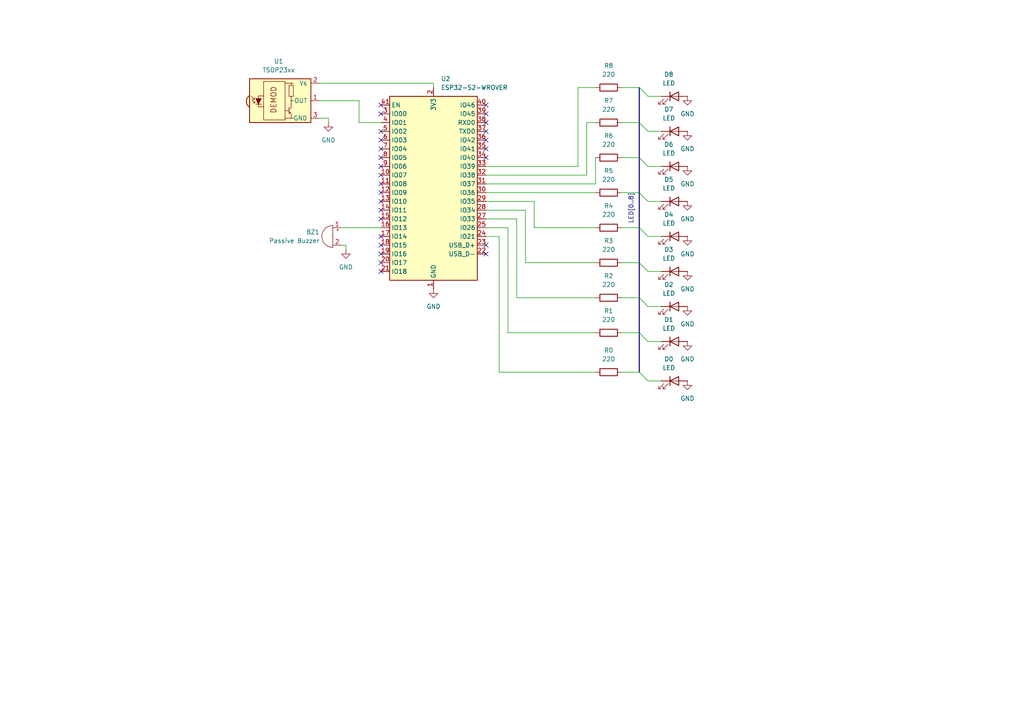
<source format=kicad_sch>
(kicad_sch (version 20250114) (generator "eeschema") (generator_version "9.0")
  (paper "A4")
  (lib_symbols
    (symbol "Device:Buzzer" (pin_names (offset 0.0254) (hide yes))
      (property "Reference" "BZ" (at 3.81 1.27 0))
      (property "Value" "Buzzer" (at 3.81 -1.27 0))
      (symbol "Buzzer_0_1"
        (polyline (pts (xy -1.651 1.905) (xy -1.143 1.905)))
        (polyline (pts (xy -1.397 2.159) (xy -1.397 1.651)))
        (arc (start 0 3.175) (mid 3.1612 0) (end 0 -3.175))
        (polyline (pts (xy 0 3.175) (xy 0 -3.175)))
      )
      (symbol "Buzzer_1_1"
        (pin passive line (at -2.54 2.54 0) (length 2.54) (name "+") (number "1"))
        (pin passive line (at -2.54 -2.54 0) (length 2.54) (name "-") (number "2"))
      )
    )
    (symbol "Device:LED" (pin_numbers (hide yes)) (pin_names (offset 1.016) (hide yes))
      (property "Reference" "D" (at 0 2.54 0))
      (property "Value" "LED" (at 0 -2.54 0))
      (symbol "LED_0_1"
        (polyline (pts (xy -3.048 -0.762) (xy -4.572 -2.286) (xy -3.81 -2.286) (xy -4.572 -2.286) (xy -4.572 -1.524)))
        (polyline (pts (xy -1.778 -0.762) (xy -3.302 -2.286) (xy -2.54 -2.286) (xy -3.302 -2.286) (xy -3.302 -1.524)))
        (polyline (pts (xy -1.27 0) (xy 1.27 0)))
        (polyline (pts (xy -1.27 -1.27) (xy -1.27 1.27)) (stroke (width 0.254)))
        (polyline (pts (xy 1.27 -1.27) (xy 1.27 1.27) (xy -1.27 0) (xy 1.27 -1.27)) (stroke (width 0.254)))
      )
      (symbol "LED_1_1"
        (pin passive line (at -3.81 0 0) (length 2.54) (name "K") (number "1"))
        (pin passive line (at 3.81 0 180) (length 2.54) (name "A") (number "2"))
      )
    )
    (symbol "Device:R" (pin_numbers (hide yes)) (pin_names (offset 0))
      (property "Reference" "R" (at 2.032 0 90))
      (property "Value" "R" (at 0 0 90))
      (symbol "R_0_1"
        (rectangle (start -1.016 -2.54) (end 1.016 2.54) (stroke (width 0.254)))
      )
      (symbol "R_1_1"
        (pin passive line (at 0 3.81 270) (length 1.27) (name "~") (number "1"))
        (pin passive line (at 0 -3.81 90) (length 1.27) (name "~") (number "2"))
      )
    )
    (symbol "Interface_Optical:TSOP23xx" (pin_names (offset 1.016))
      (property "Reference" "U" (at -10.16 7.62 0))
      (property "Value" "TSOP23xx" (at -10.16 -7.62 0))
      (symbol "TSOP23xx_0_0"
        (arc (start -10.287 -1.778) (mid -11.0899 -0.1905) (end -10.287 1.397) (stroke (width 0.254)) (fill (type background)))
        (polyline (pts (xy 1.905 5.08) (xy 0.127 5.08)))
        (polyline (pts (xy 1.905 -5.08) (xy 0.127 -5.08)))
        (text "DEMOD" (at -3.175 0.254 900) (effects (font (size 1.524 1.524))))
      )
      (symbol "TSOP23xx_0_1"
        (polyline (pts (xy -8.763 0.381) (xy -9.652 1.27)))
        (polyline (pts (xy -8.763 0.381) (xy -9.271 0.381)))
        (polyline (pts (xy -8.763 0.381) (xy -8.763 0.889)))
        (polyline (pts (xy -8.636 -0.635) (xy -9.525 0.254)))
        (polyline (pts (xy -8.636 -0.635) (xy -9.144 -0.635)))
        (polyline (pts (xy -8.636 -0.635) (xy -8.636 -0.127)))
        (polyline (pts (xy -8.382 0.635) (xy -6.731 0.635) (xy -7.62 -1.016) (xy -8.382 0.635)) (fill (type outline)))
        (polyline (pts (xy -8.382 -1.016) (xy -6.731 -1.016)))
        (rectangle (start -6.096 5.588) (end 0.127 -5.588))
        (polyline (pts (xy -6.096 1.397) (xy -7.62 1.397) (xy -7.62 -1.778) (xy -6.096 -1.778)))
        (polyline (pts (xy 1.27 -1.905) (xy 1.27 -3.81)))
        (polyline (pts (xy 1.27 -2.54) (xy 1.905 -1.905) (xy 1.905 0) (xy 2.54 0)))
        (polyline (pts (xy 1.27 -2.921) (xy 0.127 -2.921)))
        (polyline (pts (xy 1.27 -3.175) (xy 1.905 -3.81) (xy 1.905 -5.08) (xy 2.54 -5.08)))
        (polyline (pts (xy 1.397 -3.556) (xy 1.524 -3.556)))
        (polyline (pts (xy 1.651 -3.556) (xy 1.524 -3.556)))
        (polyline (pts (xy 1.651 -3.556) (xy 1.651 -3.302)))
        (polyline (pts (xy 1.905 4.445) (xy 1.905 5.08) (xy 2.54 5.08)))
        (polyline (pts (xy 1.905 0) (xy 1.905 1.27)))
        (rectangle (start 2.54 1.27) (end 1.27 4.445))
        (rectangle (start 7.62 6.35) (end -10.16 -6.35) (stroke (width 0.254)) (fill (type background)))
      )
      (symbol "TSOP23xx_1_1"
        (pin power_in line (at 10.16 5.08 180) (length 2.54) (name "Vs") (number "2"))
        (pin output line (at 10.16 0 180) (length 2.54) (name "OUT") (number "1"))
        (pin power_in line (at 10.16 -5.08 180) (length 2.54) (name "GND") (number "3"))
      )
    )
    (symbol "RF_Module:ESP32-S2-WROVER"
      (property "Reference" "U" (at -12.7 29.21 0))
      (property "Value" "ESP32-S2-WROVER" (at 2.54 29.21 0))
      (symbol "ESP32-S2-WROVER_0_1"
        (rectangle (start -12.7 27.94) (end 12.7 -25.4) (stroke (width 0.254)) (fill (type background)))
      )
      (symbol "ESP32-S2-WROVER_1_1"
        (pin input line (at -15.24 25.4 0) (length 2.54) (name "EN") (number "41"))
        (pin bidirectional line (at -15.24 22.86 0) (length 2.54) (name "IO00") (number "3"))
        (pin bidirectional line (at -15.24 20.32 0) (length 2.54) (name "IO01") (number "4"))
        (pin bidirectional line (at -15.24 17.78 0) (length 2.54) (name "IO02") (number "5"))
        (pin bidirectional line (at -15.24 15.24 0) (length 2.54) (name "IO03") (number "6"))
        (pin bidirectional line (at -15.24 12.7 0) (length 2.54) (name "IO04") (number "7"))
        (pin bidirectional line (at -15.24 10.16 0) (length 2.54) (name "IO05") (number "8"))
        (pin bidirectional line (at -15.24 7.62 0) (length 2.54) (name "IO06") (number "9"))
        (pin bidirectional line (at -15.24 5.08 0) (length 2.54) (name "IO07") (number "10"))
        (pin bidirectional line (at -15.24 2.54 0) (length 2.54) (name "IO08") (number "11"))
        (pin bidirectional line (at -15.24 0 0) (length 2.54) (name "IO09") (number "12"))
        (pin bidirectional line (at -15.24 -2.54 0) (length 2.54) (name "IO10") (number "13"))
        (pin bidirectional line (at -15.24 -5.08 0) (length 2.54) (name "IO11") (number "14"))
        (pin bidirectional line (at -15.24 -7.62 0) (length 2.54) (name "IO12") (number "15"))
        (pin bidirectional line (at -15.24 -10.16 0) (length 2.54) (name "IO13") (number "16"))
        (pin bidirectional line (at -15.24 -12.7 0) (length 2.54) (name "IO14") (number "17"))
        (pin bidirectional line (at -15.24 -15.24 0) (length 2.54) (name "IO15") (number "18"))
        (pin bidirectional line (at -15.24 -17.78 0) (length 2.54) (name "IO16") (number "19"))
        (pin bidirectional line (at -15.24 -20.32 0) (length 2.54) (name "IO17") (number "20"))
        (pin bidirectional line (at -15.24 -22.86 0) (length 2.54) (name "IO18") (number "21"))
        (pin power_in line (at 0 30.48 270) (length 2.54) (name "3V3") (number "2"))
        (pin power_in line (at 0 -27.94 90) (length 2.54) (name "GND") (number "1"))
        (pin passive line (at 0 -27.94 90) (length 2.54) (hide yes) (name "GND") (number "26"))
        (pin passive line (at 0 -27.94 90) (length 2.54) (hide yes) (name "GND") (number "42"))
        (pin passive line (at 0 -27.94 90) (length 2.54) (hide yes) (name "GND") (number "43"))
        (pin input line (at 15.24 25.4 180) (length 2.54) (name "IO46") (number "40"))
        (pin bidirectional line (at 15.24 22.86 180) (length 2.54) (name "IO45") (number "39"))
        (pin bidirectional line (at 15.24 20.32 180) (length 2.54) (name "RXD0") (number "38"))
        (pin bidirectional line (at 15.24 17.78 180) (length 2.54) (name "TXD0") (number "37"))
        (pin bidirectional line (at 15.24 15.24 180) (length 2.54) (name "IO42") (number "36"))
        (pin bidirectional line (at 15.24 12.7 180) (length 2.54) (name "IO41") (number "35"))
        (pin bidirectional line (at 15.24 10.16 180) (length 2.54) (name "IO40") (number "34"))
        (pin bidirectional line (at 15.24 7.62 180) (length 2.54) (name "IO39") (number "33"))
        (pin bidirectional line (at 15.24 5.08 180) (length 2.54) (name "IO38") (number "32"))
        (pin bidirectional line (at 15.24 2.54 180) (length 2.54) (name "IO37") (number "31"))
        (pin bidirectional line (at 15.24 0 180) (length 2.54) (name "IO36") (number "30"))
        (pin bidirectional line (at 15.24 -2.54 180) (length 2.54) (name "IO35") (number "29"))
        (pin bidirectional line (at 15.24 -5.08 180) (length 2.54) (name "IO34") (number "28"))
        (pin bidirectional line (at 15.24 -7.62 180) (length 2.54) (name "IO33") (number "27"))
        (pin bidirectional line (at 15.24 -10.16 180) (length 2.54) (name "IO26") (number "25"))
        (pin bidirectional line (at 15.24 -12.7 180) (length 2.54) (name "IO21") (number "24"))
        (pin bidirectional line (at 15.24 -15.24 180) (length 2.54) (name "USB_D+") (number "23"))
        (pin bidirectional line (at 15.24 -17.78 180) (length 2.54) (name "USB_D-") (number "22"))
      )
    )
    (symbol "power:GND" (power) (pin_numbers (hide yes)) (pin_names (offset 0) (hide yes))
      (property "Value" "GND" (at 0 -3.81 0))
      (symbol "GND_0_1"
        (polyline (pts (xy 0 0) (xy 0 -1.27) (xy 1.27 -1.27) (xy 0 -2.54) (xy -1.27 -1.27) (xy 0 -1.27)))
      )
      (symbol "GND_1_1"
        (pin power_in line (at 0 0 270) (length 0) (name "~") (number "1"))
      )
    )
  )
  (no_connect (at 140.97 73.66))
  (no_connect (at 110.49 40.64))
  (no_connect (at 110.49 50.8))
  (no_connect (at 110.49 63.5))
  (no_connect (at 110.49 68.58))
  (no_connect (at 110.49 71.12))
  (no_connect (at 140.97 38.1))
  (no_connect (at 110.49 43.18))
  (no_connect (at 140.97 30.48))
  (no_connect (at 110.49 78.74))
  (no_connect (at 110.49 45.72))
  (no_connect (at 140.97 45.72))
  (no_connect (at 110.49 73.66))
  (no_connect (at 140.97 71.12))
  (no_connect (at 110.49 33.02))
  (no_connect (at 140.97 35.56))
  (no_connect (at 110.49 55.88))
  (no_connect (at 110.49 60.96))
  (no_connect (at 140.97 40.64))
  (no_connect (at 110.49 38.1))
  (no_connect (at 110.49 30.48))
  (no_connect (at 140.97 33.02))
  (no_connect (at 140.97 43.18))
  (no_connect (at 110.49 58.42))
  (no_connect (at 110.49 48.26))
  (no_connect (at 110.49 76.2))
  (no_connect (at 110.49 53.34))
  (bus_entry (at 185.42 35.56) (size 2.54 2.54))
  (bus_entry (at 185.42 55.88) (size 2.54 2.54))
  (bus_entry (at 185.42 107.95) (size 2.54 2.54))
  (bus_entry (at 185.42 96.52) (size 2.54 2.54))
  (bus_entry (at 185.42 45.72) (size 2.54 2.54))
  (bus_entry (at 185.42 86.36) (size 2.54 2.54))
  (bus_entry (at 185.42 76.2) (size 2.54 2.54))
  (bus_entry (at 185.42 66.04) (size 2.54 2.54))
  (bus_entry (at 185.42 25.4) (size 2.54 2.54))
  (wire (pts (xy 149.86 86.36) (xy 149.86 63.5)))
  (bus (pts (xy 185.42 76.2) (xy 185.42 86.36)))
  (wire (pts (xy 140.97 48.26) (xy 167.64 48.26)))
  (wire (pts (xy 180.34 86.36) (xy 185.42 86.36)))
  (wire (pts (xy 99.06 66.04) (xy 110.49 66.04)))
  (wire (pts (xy 187.96 27.94) (xy 191.77 27.94)))
  (wire (pts (xy 180.34 107.95) (xy 185.42 107.95)))
  (wire (pts (xy 187.96 110.49) (xy 191.77 110.49)))
  (bus (pts (xy 185.42 66.04) (xy 185.42 76.2)))
  (wire (pts (xy 172.72 76.2) (xy 152.4 76.2)))
  (wire (pts (xy 187.96 99.06) (xy 191.77 99.06)))
  (wire (pts (xy 100.33 71.12) (xy 99.06 71.12)))
  (bus (pts (xy 185.42 96.52) (xy 185.42 107.95)))
  (wire (pts (xy 180.34 35.56) (xy 185.42 35.56)))
  (wire (pts (xy 144.78 68.58) (xy 140.97 68.58)))
  (wire (pts (xy 140.97 60.96) (xy 152.4 60.96)))
  (wire (pts (xy 187.96 78.74) (xy 191.77 78.74)))
  (wire (pts (xy 172.72 45.72) (xy 172.72 53.34)))
  (wire (pts (xy 140.97 58.42) (xy 154.94 58.42)))
  (wire (pts (xy 180.34 66.04) (xy 185.42 66.04)))
  (wire (pts (xy 104.14 35.56) (xy 110.49 35.56)))
  (wire (pts (xy 147.32 96.52) (xy 147.32 66.04)))
  (wire (pts (xy 144.78 107.95) (xy 144.78 68.58)))
  (wire (pts (xy 187.96 48.26) (xy 191.77 48.26)))
  (wire (pts (xy 125.73 24.13) (xy 125.73 25.4)))
  (wire (pts (xy 140.97 53.34) (xy 172.72 53.34)))
  (wire (pts (xy 180.34 25.4) (xy 185.42 25.4)))
  (bus (pts (xy 185.42 45.72) (xy 185.42 55.88)))
  (wire (pts (xy 100.33 71.12) (xy 100.33 72.39)))
  (wire (pts (xy 154.94 66.04) (xy 154.94 58.42)))
  (bus (pts (xy 185.42 35.56) (xy 185.42 45.72)))
  (wire (pts (xy 140.97 55.88) (xy 172.72 55.88)))
  (wire (pts (xy 187.96 88.9) (xy 191.77 88.9)))
  (wire (pts (xy 152.4 76.2) (xy 152.4 60.96)))
  (wire (pts (xy 92.71 24.13) (xy 125.73 24.13)))
  (wire (pts (xy 172.72 107.95) (xy 144.78 107.95)))
  (wire (pts (xy 180.34 96.52) (xy 185.42 96.52)))
  (wire (pts (xy 187.96 38.1) (xy 191.77 38.1)))
  (wire (pts (xy 140.97 50.8) (xy 170.18 50.8)))
  (wire (pts (xy 167.64 25.4) (xy 167.64 48.26)))
  (wire (pts (xy 92.71 29.21) (xy 104.14 29.21)))
  (wire (pts (xy 180.34 55.88) (xy 185.42 55.88)))
  (wire (pts (xy 172.72 25.4) (xy 167.64 25.4)))
  (wire (pts (xy 172.72 86.36) (xy 149.86 86.36)))
  (bus (pts (xy 185.42 86.36) (xy 185.42 96.52)))
  (wire (pts (xy 180.34 76.2) (xy 185.42 76.2)))
  (wire (pts (xy 172.72 66.04) (xy 154.94 66.04)))
  (wire (pts (xy 147.32 66.04) (xy 140.97 66.04)))
  (wire (pts (xy 180.34 45.72) (xy 185.42 45.72)))
  (bus (pts (xy 185.42 25.4) (xy 185.42 35.56)))
  (wire (pts (xy 140.97 63.5) (xy 149.86 63.5)))
  (wire (pts (xy 187.96 68.58) (xy 191.77 68.58)))
  (wire (pts (xy 104.14 29.21) (xy 104.14 35.56)))
  (wire (pts (xy 172.72 35.56) (xy 170.18 35.56)))
  (wire (pts (xy 187.96 58.42) (xy 191.77 58.42)))
  (wire (pts (xy 172.72 96.52) (xy 147.32 96.52)))
  (wire (pts (xy 92.71 34.29) (xy 95.25 34.29)))
  (wire (pts (xy 170.18 35.56) (xy 170.18 50.8)))
  (bus (pts (xy 185.42 55.88) (xy 185.42 66.04)))
  (wire (pts (xy 95.25 34.29) (xy 95.25 35.56)))
  (label "LED[0..8]" (at 184.15 64.77 90))
  (symbol (lib_id "Interface_Optical:TSOP23xx") (at 82.55 29.21 0) (unit 1)
    (property "Reference" "U1" (at 80.815 17.78 0))
    (property "Value" "TSOP23xx" (at 80.815 20.32 0))
    (property "Footprint" "OptoDevice:Vishay_MOLD-3Pin" (effects (hide yes)))
    (property "Datasheet" "http://www.vishay.com/docs/82460/tsop45.pdf" (effects (hide yes)))
    (property "Description" "IR Receiver Modules for Remote Control Systems" (effects (hide yes)))
  )
  (symbol (lib_id "power:GND") (at 199.39 27.94 0) (unit 1)
    (property "Reference" "#PWR01" (effects (hide yes)))
    (property "Value" "GND" (at 199.39 33.02 0))
    (property "Description" "Power symbol creates a global label with name \"GND\" , ground" (effects (hide yes)))
  )
  (symbol (lib_id "Device:LED") (at 195.58 110.49 0) (unit 1)
    (property "Reference" "D0" (at 193.9925 104.14 0))
    (property "Value" "LED" (at 193.9925 106.68 0))
    (property "Description" "Light emitting diode" (effects (hide yes)))
    (property "Sim.Pins" "1=K 2=A" (effects (hide yes)))
  )
  (symbol (lib_id "Device:R") (at 176.53 107.95 90) (unit 1)
    (property "Reference" "R0" (at 176.53 101.6 90))
    (property "Value" "220" (at 176.53 104.14 90))
    (property "Description" "Resistor" (effects (hide yes)))
  )
  (symbol (lib_id "power:GND") (at 199.39 38.1 0) (unit 1)
    (property "Reference" "#PWR03" (effects (hide yes)))
    (property "Value" "GND" (at 199.39 43.18 0))
    (property "Description" "Power symbol creates a global label with name \"GND\" , ground" (effects (hide yes)))
  )
  (symbol (lib_id "Device:LED") (at 195.58 48.26 0) (unit 1)
    (property "Reference" "D6" (at 193.9925 41.91 0))
    (property "Value" "LED" (at 193.9925 44.45 0))
    (property "Description" "Light emitting diode" (effects (hide yes)))
    (property "Sim.Pins" "1=K 2=A" (effects (hide yes)))
  )
  (symbol (lib_id "Device:LED") (at 195.58 78.74 0) (unit 1)
    (property "Reference" "D3" (at 193.9925 72.39 0))
    (property "Value" "LED" (at 193.9925 74.93 0))
    (property "Description" "Light emitting diode" (effects (hide yes)))
    (property "Sim.Pins" "1=K 2=A" (effects (hide yes)))
  )
  (symbol (lib_id "Device:LED") (at 195.58 88.9 0) (unit 1)
    (property "Reference" "D2" (at 193.9925 82.55 0))
    (property "Value" "LED" (at 193.9925 85.09 0))
    (property "Description" "Light emitting diode" (effects (hide yes)))
    (property "Sim.Pins" "1=K 2=A" (effects (hide yes)))
  )
  (symbol (lib_id "Device:R") (at 176.53 35.56 90) (unit 1)
    (property "Reference" "R7" (at 176.53 29.21 90))
    (property "Value" "220" (at 176.53 31.75 90))
    (property "Description" "Resistor" (effects (hide yes)))
  )
  (symbol (lib_id "Device:R") (at 176.53 55.88 270) (unit 1)
    (property "Reference" "R5" (at 176.53 49.53 90))
    (property "Value" "220" (at 176.53 52.07 90))
    (property "Description" "Resistor" (effects (hide yes)))
  )
  (symbol (lib_id "Device:R") (at 176.53 45.72 90) (unit 1)
    (property "Reference" "R6" (at 176.53 39.37 90))
    (property "Value" "220" (at 176.53 41.91 90))
    (property "Description" "Resistor" (effects (hide yes)))
  )
  (symbol (lib_id "power:GND") (at 199.39 88.9 0) (unit 1)
    (property "Reference" "#PWR09" (effects (hide yes)))
    (property "Value" "GND" (at 199.39 93.98 0))
    (property "Description" "Power symbol creates a global label with name \"GND\" , ground" (effects (hide yes)))
  )
  (symbol (lib_id "power:GND") (at 199.39 48.26 0) (unit 1)
    (property "Reference" "#PWR04" (effects (hide yes)))
    (property "Value" "GND" (at 199.39 53.34 0))
    (property "Description" "Power symbol creates a global label with name \"GND\" , ground" (effects (hide yes)))
  )
  (symbol (lib_id "Device:R") (at 176.53 25.4 90) (unit 1)
    (property "Reference" "R8" (at 176.53 19.05 90))
    (property "Value" "220" (at 176.53 21.59 90))
    (property "Description" "Resistor" (effects (hide yes)))
  )
  (symbol (lib_id "Device:LED") (at 195.58 27.94 0) (unit 1)
    (property "Reference" "D8" (at 193.9925 21.59 0))
    (property "Value" "LED" (at 193.9925 24.13 0))
    (property "Description" "Light emitting diode" (effects (hide yes)))
    (property "Sim.Pins" "1=K 2=A" (effects (hide yes)))
  )
  (symbol (lib_id "power:GND") (at 100.33 72.39 0) (unit 1)
    (property "Reference" "#PWR02" (effects (hide yes)))
    (property "Value" "GND" (at 100.33 77.47 0))
    (property "Description" "Power symbol creates a global label with name \"GND\" , ground" (effects (hide yes)))
  )
  (symbol (lib_id "power:GND") (at 95.25 35.56 0) (unit 1)
    (property "Reference" "#PWR08" (effects (hide yes)))
    (property "Value" "GND" (at 95.25 40.64 0))
    (property "Description" "Power symbol creates a global label with name \"GND\" , ground" (effects (hide yes)))
  )
  (symbol (lib_id "power:GND") (at 199.39 99.06 0) (unit 1)
    (property "Reference" "#PWR010" (effects (hide yes)))
    (property "Value" "GND" (at 199.39 104.14 0))
    (property "Description" "Power symbol creates a global label with name \"GND\" , ground" (effects (hide yes)))
  )
  (symbol (lib_id "RF_Module:ESP32-S2-WROVER") (at 125.73 55.88 0) (unit 1)
    (property "Reference" "U2" (at 127.8733 22.86 0) (effects (justify left)))
    (property "Value" "ESP32-S2-WROVER" (at 127.8733 25.4 0) (effects (justify left)))
    (property "Footprint" "RF_Module:ESP32-S2-WROVER" (effects (hide yes)))
    (property "Datasheet" "https://www.espressif.com/sites/default/files/documentation/esp32-s2-wroom_esp32-s2-wroom-i_datasheet_en.pdf" (effects (hide yes)))
    (property "Description" "RF Module, ESP32-D0WDQ6 SoC, Wi-Fi 802.11b/g/n, 32-bit, 2.7-3.6V, onboard antenna, SMD" (effects (hide yes)))
  )
  (symbol (lib_id "Device:LED") (at 195.58 38.1 0) (unit 1)
    (property "Reference" "D7" (at 193.9925 31.75 0))
    (property "Value" "LED" (at 193.9925 34.29 0))
    (property "Description" "Light emitting diode" (effects (hide yes)))
    (property "Sim.Pins" "1=K 2=A" (effects (hide yes)))
  )
  (symbol (lib_id "Device:R") (at 176.53 66.04 270) (unit 1)
    (property "Reference" "R4" (at 176.53 59.69 90))
    (property "Value" "220" (at 176.53 62.23 90))
    (property "Description" "Resistor" (effects (hide yes)))
  )
  (symbol (lib_id "Device:LED") (at 195.58 68.58 0) (unit 1)
    (property "Reference" "D4" (at 193.9925 62.23 0))
    (property "Value" "LED" (at 193.9925 64.77 0))
    (property "Description" "Light emitting diode" (effects (hide yes)))
    (property "Sim.Pins" "1=K 2=A" (effects (hide yes)))
  )
  (symbol (lib_id "Device:R") (at 176.53 96.52 270) (unit 1)
    (property "Reference" "R1" (at 176.53 90.17 90))
    (property "Value" "220" (at 176.53 92.71 90))
    (property "Description" "Resistor" (effects (hide yes)))
  )
  (symbol (lib_id "Device:R") (at 176.53 76.2 90) (unit 1)
    (property "Reference" "R3" (at 176.53 69.85 90))
    (property "Value" "220" (at 176.53 72.39 90))
    (property "Description" "Resistor" (effects (hide yes)))
  )
  (symbol (lib_id "power:GND") (at 125.73 83.82 0) (unit 1)
    (property "Reference" "#PWR012" (effects (hide yes)))
    (property "Value" "GND" (at 125.73 88.9 0))
    (property "Description" "Power symbol creates a global label with name \"GND\" , ground" (effects (hide yes)))
  )
  (symbol (lib_id "power:GND") (at 199.39 58.42 0) (unit 1)
    (property "Reference" "#PWR05" (effects (hide yes)))
    (property "Value" "GND" (at 199.39 63.5 0))
    (property "Description" "Power symbol creates a global label with name \"GND\" , ground" (effects (hide yes)))
  )
  (symbol (lib_id "Device:LED") (at 195.58 58.42 0) (unit 1)
    (property "Reference" "D5" (at 193.9925 52.07 0))
    (property "Value" "LED" (at 193.9925 54.61 0))
    (property "Description" "Light emitting diode" (effects (hide yes)))
    (property "Sim.Pins" "1=K 2=A" (effects (hide yes)))
  )
  (symbol (lib_id "power:GND") (at 199.39 68.58 0) (unit 1)
    (property "Reference" "#PWR06" (effects (hide yes)))
    (property "Value" "GND" (at 199.39 73.66 0))
    (property "Description" "Power symbol creates a global label with name \"GND\" , ground" (effects (hide yes)))
  )
  (symbol (lib_id "Device:R") (at 176.53 86.36 270) (unit 1)
    (property "Reference" "R2" (at 176.53 80.01 90))
    (property "Value" "220" (at 176.53 82.55 90))
    (property "Description" "Resistor" (effects (hide yes)))
  )
  (symbol (lib_id "Device:Buzzer") (at 96.52 68.58 0) (mirror y) (unit 1)
    (property "Reference" "BZ1" (at 92.71 67.3099 0) (effects (justify left)))
    (property "Value" "Passive Buzzer" (at 92.71 69.8499 0) (effects (justify left)))
    (property "Description" "Buzzer, polarized" (effects (hide yes)))
  )
  (symbol (lib_id "power:GND") (at 199.39 78.74 0) (unit 1)
    (property "Reference" "#PWR07" (effects (hide yes)))
    (property "Value" "GND" (at 199.39 83.82 0))
    (property "Description" "Power symbol creates a global label with name \"GND\" , ground" (effects (hide yes)))
  )
  (symbol (lib_id "power:GND") (at 199.39 110.49 0) (unit 1)
    (property "Reference" "#PWR011" (effects (hide yes)))
    (property "Value" "GND" (at 199.39 115.57 0))
    (property "Description" "Power symbol creates a global label with name \"GND\" , ground" (effects (hide yes)))
  )
  (symbol (lib_id "Device:LED") (at 195.58 99.06 0) (unit 1)
    (property "Reference" "D1" (at 193.9925 92.71 0))
    (property "Value" "LED" (at 193.9925 95.25 0))
    (property "Description" "Light emitting diode" (effects (hide yes)))
    (property "Sim.Pins" "1=K 2=A" (effects (hide yes)))
  )
)
</source>
